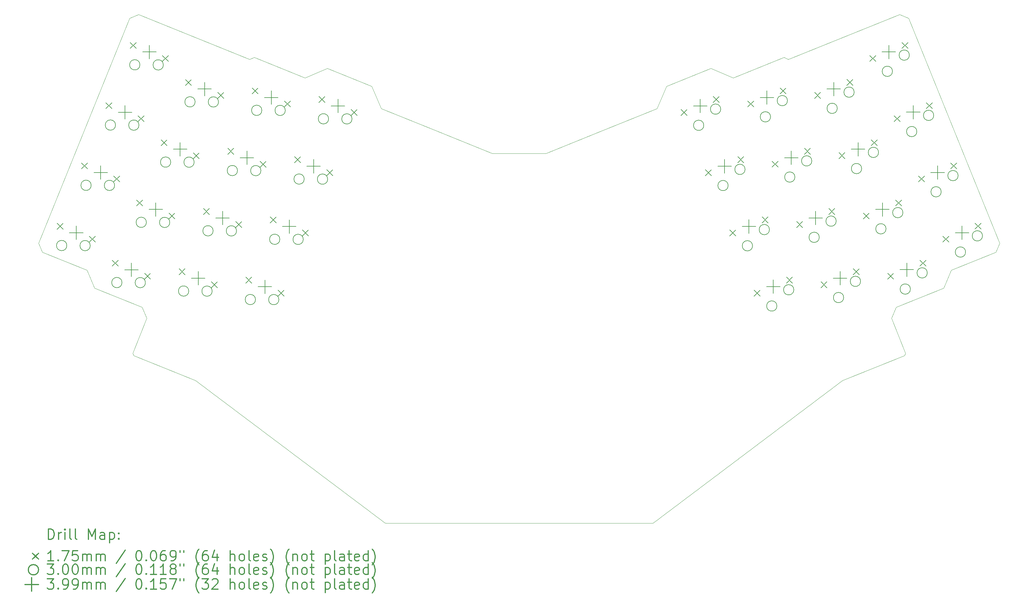
<source format=gbr>
%FSLAX45Y45*%
G04 Gerber Fmt 4.5, Leading zero omitted, Abs format (unit mm)*
G04 Created by KiCad (PCBNEW (5.1.4)-1) date 2023-05-25 13:29:21*
%MOMM*%
%LPD*%
G04 APERTURE LIST*
%ADD10C,0.050000*%
%ADD11C,0.200000*%
%ADD12C,0.300000*%
G04 APERTURE END LIST*
D10*
X13468413Y-16356381D02*
X15031587Y-16356381D01*
X14150000Y-27170000D02*
X14350000Y-27170000D01*
X10339081Y-27171638D02*
X14150000Y-27170000D01*
X8648924Y-13869913D02*
X9946981Y-14394363D01*
X3139212Y-12290966D02*
X2878854Y-12401482D01*
X8648924Y-13869913D02*
X7998028Y-14146202D01*
X1848751Y-20290010D02*
X3239526Y-20851920D01*
X2993232Y-22262360D02*
X4801241Y-22992842D01*
X1627720Y-19769294D02*
X1848751Y-20290010D01*
X9946981Y-14394363D02*
X10223270Y-15045258D01*
X2965603Y-22197270D02*
X2993232Y-22262360D01*
X3239526Y-20851920D02*
X3377671Y-21177368D01*
X11799482Y-15682089D02*
X13468413Y-16356381D01*
X6514534Y-13546831D02*
X7998028Y-14146202D01*
X219147Y-18984487D02*
X329662Y-19244845D01*
X10339081Y-27171638D02*
X4801241Y-22992842D01*
X329662Y-19244845D02*
X1627720Y-19769294D01*
X3139212Y-12290966D02*
X6384355Y-13602089D01*
X2878854Y-12401482D02*
X219147Y-18984487D01*
X6514534Y-13546831D02*
X6384355Y-13602089D01*
X11799482Y-15682089D02*
X10223270Y-15045258D01*
X2965603Y-22197270D02*
X3377671Y-21177368D01*
X18160919Y-27171638D02*
X14350000Y-27170000D01*
X18160919Y-27171638D02*
X23698759Y-22992842D01*
X25506768Y-22262360D02*
X23698759Y-22992842D01*
X25534396Y-22197270D02*
X25506768Y-22262360D01*
X25260474Y-20851920D02*
X25122329Y-21177368D01*
X25534396Y-22197270D02*
X25122329Y-21177368D01*
X26651249Y-20290010D02*
X25260474Y-20851920D01*
X26872280Y-19769294D02*
X26651249Y-20290010D01*
X28170338Y-19244845D02*
X26872280Y-19769294D01*
X28280853Y-18984487D02*
X28170338Y-19244845D01*
X25621146Y-12401482D02*
X28280853Y-18984487D01*
X25360788Y-12290966D02*
X25621146Y-12401482D01*
X21985466Y-13546831D02*
X22115645Y-13602089D01*
X19851076Y-13869913D02*
X20501972Y-14146202D01*
X16700518Y-15682089D02*
X18276730Y-15045258D01*
X18553019Y-14394363D02*
X18276730Y-15045258D01*
X16700518Y-15682089D02*
X15031587Y-16356381D01*
X19851076Y-13869913D02*
X18553019Y-14394363D01*
X21985466Y-13546831D02*
X20501972Y-14146202D01*
X25360788Y-12290966D02*
X22115645Y-13602089D01*
D11*
X20929637Y-14821243D02*
X21104637Y-14996243D01*
X21104637Y-14821243D02*
X20929637Y-14996243D01*
X21871656Y-14440643D02*
X22046656Y-14615643D01*
X22046656Y-14440643D02*
X21871656Y-14615643D01*
X6980351Y-18212351D02*
X7155351Y-18387351D01*
X7155351Y-18212351D02*
X6980351Y-18387351D01*
X7922370Y-18592951D02*
X8097370Y-18767951D01*
X8097370Y-18592951D02*
X7922370Y-18767951D01*
X5743151Y-16202541D02*
X5918151Y-16377541D01*
X5918151Y-16202541D02*
X5743151Y-16377541D01*
X6685170Y-16583141D02*
X6860170Y-16758141D01*
X6860170Y-16583141D02*
X6685170Y-16758141D01*
X6454904Y-14440891D02*
X6629904Y-14615891D01*
X6629904Y-14440891D02*
X6454904Y-14615891D01*
X7396923Y-14821491D02*
X7571923Y-14996491D01*
X7571923Y-14821491D02*
X7396923Y-14996491D01*
X20404189Y-18592702D02*
X20579189Y-18767702D01*
X20579189Y-18592702D02*
X20404189Y-18767702D01*
X21346208Y-18212102D02*
X21521208Y-18387102D01*
X21521208Y-18212102D02*
X21346208Y-18387102D01*
X25913901Y-17013755D02*
X26088901Y-17188755D01*
X26088901Y-17013755D02*
X25913901Y-17188755D01*
X26855920Y-16633155D02*
X27030920Y-16808155D01*
X27030920Y-16633155D02*
X26855920Y-16808155D01*
X3082446Y-17716029D02*
X3257446Y-17891029D01*
X3257446Y-17716029D02*
X3082446Y-17891029D01*
X4024465Y-18096630D02*
X4199465Y-18271630D01*
X4199465Y-18096630D02*
X4024465Y-18271630D01*
X24302094Y-18096381D02*
X24477094Y-18271381D01*
X24477094Y-18096381D02*
X24302094Y-18271381D01*
X25244113Y-17715781D02*
X25419113Y-17890781D01*
X25419113Y-17715781D02*
X25244113Y-17890781D01*
X21115942Y-20352800D02*
X21290942Y-20527800D01*
X21290942Y-20352800D02*
X21115942Y-20527800D01*
X22057961Y-19972200D02*
X22232961Y-20147200D01*
X22232961Y-19972200D02*
X22057961Y-20147200D01*
X3794199Y-15954380D02*
X3969199Y-16129380D01*
X3969199Y-15954380D02*
X3794199Y-16129380D01*
X4736218Y-16334980D02*
X4911218Y-16509980D01*
X4911218Y-16334980D02*
X4736218Y-16509980D01*
X18980684Y-15069404D02*
X19155684Y-15244404D01*
X19155684Y-15069404D02*
X18980684Y-15244404D01*
X19922703Y-14688803D02*
X20097703Y-14863803D01*
X20097703Y-14688803D02*
X19922703Y-14863803D01*
X2370694Y-19477679D02*
X2545694Y-19652679D01*
X2545694Y-19477679D02*
X2370694Y-19652679D01*
X3312712Y-19858279D02*
X3487712Y-20033279D01*
X3487712Y-19858279D02*
X3312712Y-20033279D01*
X7692104Y-16450701D02*
X7867104Y-16625701D01*
X7867104Y-16450701D02*
X7692104Y-16625701D01*
X8634123Y-16831301D02*
X8809123Y-17006301D01*
X8809123Y-16831301D02*
X8634123Y-17006301D01*
X22878589Y-14573082D02*
X23053589Y-14748082D01*
X23053589Y-14573082D02*
X22878589Y-14748082D01*
X23820608Y-14192482D02*
X23995608Y-14367482D01*
X23995608Y-14192482D02*
X23820608Y-14367482D01*
X758887Y-18395053D02*
X933887Y-18570053D01*
X933887Y-18395053D02*
X758887Y-18570053D01*
X1700906Y-18775653D02*
X1875906Y-18950653D01*
X1875906Y-18775653D02*
X1700906Y-18950653D01*
X2894144Y-13110105D02*
X3069144Y-13285105D01*
X3069144Y-13110105D02*
X2894144Y-13285105D01*
X3836163Y-13490705D02*
X4011163Y-13665705D01*
X4011163Y-13490705D02*
X3836163Y-13665705D01*
X23064894Y-20106191D02*
X23239894Y-20281191D01*
X23239894Y-20106191D02*
X23064894Y-20281191D01*
X24006913Y-19725591D02*
X24181913Y-19900591D01*
X24181913Y-19725591D02*
X24006913Y-19900591D01*
X21641389Y-16582892D02*
X21816389Y-16757892D01*
X21816389Y-16582892D02*
X21641389Y-16757892D01*
X22583408Y-16202292D02*
X22758408Y-16377292D01*
X22758408Y-16202292D02*
X22583408Y-16377292D01*
X25202149Y-15252106D02*
X25377149Y-15427106D01*
X25377149Y-15252106D02*
X25202149Y-15427106D01*
X26144167Y-14871505D02*
X26319167Y-15046505D01*
X26319167Y-14871505D02*
X26144167Y-15046505D01*
X23590342Y-16334732D02*
X23765342Y-16509732D01*
X23765342Y-16334732D02*
X23590342Y-16509732D01*
X24532361Y-15954131D02*
X24707361Y-16129131D01*
X24707361Y-15954131D02*
X24532361Y-16129131D01*
X4505951Y-14192731D02*
X4680951Y-14367731D01*
X4680951Y-14192731D02*
X4505951Y-14367731D01*
X5447970Y-14573331D02*
X5622970Y-14748331D01*
X5622970Y-14573331D02*
X5447970Y-14748331D01*
X4319646Y-19725839D02*
X4494646Y-19900839D01*
X4494646Y-19725839D02*
X4319646Y-19900839D01*
X5261665Y-20106439D02*
X5436665Y-20281439D01*
X5436665Y-20106439D02*
X5261665Y-20281439D01*
X24490396Y-13490456D02*
X24665396Y-13665456D01*
X24665396Y-13490456D02*
X24490396Y-13665456D01*
X25432415Y-13109856D02*
X25607415Y-13284856D01*
X25607415Y-13109856D02*
X25432415Y-13284856D01*
X5031399Y-17964190D02*
X5206399Y-18139190D01*
X5206399Y-17964190D02*
X5031399Y-18139190D01*
X5973418Y-18344790D02*
X6148418Y-18519790D01*
X6148418Y-18344790D02*
X5973418Y-18519790D01*
X2182392Y-14871754D02*
X2357392Y-15046754D01*
X2357392Y-14871754D02*
X2182392Y-15046754D01*
X3124411Y-15252354D02*
X3299411Y-15427354D01*
X3299411Y-15252354D02*
X3124411Y-15427354D01*
X8403857Y-14689052D02*
X8578857Y-14864052D01*
X8578857Y-14689052D02*
X8403857Y-14864052D01*
X9345875Y-15069652D02*
X9520875Y-15244652D01*
X9520875Y-15069652D02*
X9345875Y-15244652D01*
X1470639Y-16633403D02*
X1645639Y-16808403D01*
X1645639Y-16633403D02*
X1470639Y-16808403D01*
X2412658Y-17014003D02*
X2587658Y-17189003D01*
X2587658Y-17014003D02*
X2412658Y-17189003D01*
X26625654Y-18775404D02*
X26800654Y-18950404D01*
X26800654Y-18775404D02*
X26625654Y-18950404D01*
X27567672Y-18394804D02*
X27742672Y-18569804D01*
X27742672Y-18394804D02*
X27567672Y-18569804D01*
X6268599Y-19974000D02*
X6443599Y-20149000D01*
X6443599Y-19974000D02*
X6268599Y-20149000D01*
X7210618Y-20354600D02*
X7385618Y-20529600D01*
X7385618Y-20354600D02*
X7210618Y-20529600D01*
X25013847Y-19858030D02*
X25188847Y-20033030D01*
X25188847Y-19858030D02*
X25013847Y-20033030D01*
X25955866Y-19477430D02*
X26130866Y-19652430D01*
X26130866Y-19477430D02*
X25955866Y-19652430D01*
X22353142Y-18344542D02*
X22528142Y-18519542D01*
X22528142Y-18344542D02*
X22353142Y-18519542D01*
X23295161Y-17963941D02*
X23470161Y-18138941D01*
X23470161Y-17963941D02*
X23295161Y-18138941D01*
X19692437Y-16831053D02*
X19867437Y-17006053D01*
X19867437Y-16831053D02*
X19692437Y-17006053D01*
X20634455Y-16450453D02*
X20809455Y-16625453D01*
X20809455Y-16450453D02*
X20634455Y-16625453D01*
X21592942Y-15284602D02*
G75*
G03X21592942Y-15284602I-150000J0D01*
G01*
X22086553Y-14811222D02*
G75*
G03X22086553Y-14811222I-150000J0D01*
G01*
X7263056Y-18866010D02*
G75*
G03X7263056Y-18866010I-150000J0D01*
G01*
X7946968Y-18868380D02*
G75*
G03X7946968Y-18868380I-150000J0D01*
G01*
X6025856Y-16856200D02*
G75*
G03X6025856Y-16856200I-150000J0D01*
G01*
X6709768Y-16858571D02*
G75*
G03X6709768Y-16858571I-150000J0D01*
G01*
X6737608Y-15094551D02*
G75*
G03X6737608Y-15094551I-150000J0D01*
G01*
X7421520Y-15096921D02*
G75*
G03X7421520Y-15096921I-150000J0D01*
G01*
X21067494Y-19056062D02*
G75*
G03X21067494Y-19056062I-150000J0D01*
G01*
X21561106Y-18582682D02*
G75*
G03X21561106Y-18582682I-150000J0D01*
G01*
X26577206Y-17477114D02*
G75*
G03X26577206Y-17477114I-150000J0D01*
G01*
X27070818Y-17003734D02*
G75*
G03X27070818Y-17003734I-150000J0D01*
G01*
X3365151Y-18369689D02*
G75*
G03X3365151Y-18369689I-150000J0D01*
G01*
X4049063Y-18372059D02*
G75*
G03X4049063Y-18372059I-150000J0D01*
G01*
X24965399Y-18559740D02*
G75*
G03X24965399Y-18559740I-150000J0D01*
G01*
X25459011Y-18086361D02*
G75*
G03X25459011Y-18086361I-150000J0D01*
G01*
X21779247Y-20816160D02*
G75*
G03X21779247Y-20816160I-150000J0D01*
G01*
X22272858Y-20342780D02*
G75*
G03X22272858Y-20342780I-150000J0D01*
G01*
X4076903Y-16608039D02*
G75*
G03X4076903Y-16608039I-150000J0D01*
G01*
X4760815Y-16610410D02*
G75*
G03X4760815Y-16610410I-150000J0D01*
G01*
X19643989Y-15532763D02*
G75*
G03X19643989Y-15532763I-150000J0D01*
G01*
X20137601Y-15059383D02*
G75*
G03X20137601Y-15059383I-150000J0D01*
G01*
X2653398Y-20131338D02*
G75*
G03X2653398Y-20131338I-150000J0D01*
G01*
X3337310Y-20133709D02*
G75*
G03X3337310Y-20133709I-150000J0D01*
G01*
X7974808Y-17104361D02*
G75*
G03X7974808Y-17104361I-150000J0D01*
G01*
X8658720Y-17106731D02*
G75*
G03X8658720Y-17106731I-150000J0D01*
G01*
X23541894Y-15036442D02*
G75*
G03X23541894Y-15036442I-150000J0D01*
G01*
X24035506Y-14563062D02*
G75*
G03X24035506Y-14563062I-150000J0D01*
G01*
X1041592Y-19048712D02*
G75*
G03X1041592Y-19048712I-150000J0D01*
G01*
X1725503Y-19051083D02*
G75*
G03X1725503Y-19051083I-150000J0D01*
G01*
X3176849Y-13763764D02*
G75*
G03X3176849Y-13763764I-150000J0D01*
G01*
X3860761Y-13766134D02*
G75*
G03X3860761Y-13766134I-150000J0D01*
G01*
X23728199Y-20569550D02*
G75*
G03X23728199Y-20569550I-150000J0D01*
G01*
X24221811Y-20096170D02*
G75*
G03X24221811Y-20096170I-150000J0D01*
G01*
X22304694Y-17046252D02*
G75*
G03X22304694Y-17046252I-150000J0D01*
G01*
X22798306Y-16572872D02*
G75*
G03X22798306Y-16572872I-150000J0D01*
G01*
X25865453Y-15715465D02*
G75*
G03X25865453Y-15715465I-150000J0D01*
G01*
X26359065Y-15242085D02*
G75*
G03X26359065Y-15242085I-150000J0D01*
G01*
X24253647Y-16798091D02*
G75*
G03X24253647Y-16798091I-150000J0D01*
G01*
X24747258Y-16324711D02*
G75*
G03X24747258Y-16324711I-150000J0D01*
G01*
X4788656Y-14846390D02*
G75*
G03X4788656Y-14846390I-150000J0D01*
G01*
X5472568Y-14848761D02*
G75*
G03X5472568Y-14848761I-150000J0D01*
G01*
X4602351Y-20379499D02*
G75*
G03X4602351Y-20379499I-150000J0D01*
G01*
X5286263Y-20381869D02*
G75*
G03X5286263Y-20381869I-150000J0D01*
G01*
X25153701Y-13953816D02*
G75*
G03X25153701Y-13953816I-150000J0D01*
G01*
X25647312Y-13480436D02*
G75*
G03X25647312Y-13480436I-150000J0D01*
G01*
X5314103Y-18617849D02*
G75*
G03X5314103Y-18617849I-150000J0D01*
G01*
X5998015Y-18620220D02*
G75*
G03X5998015Y-18620220I-150000J0D01*
G01*
X2465097Y-15525413D02*
G75*
G03X2465097Y-15525413I-150000J0D01*
G01*
X3149008Y-15527784D02*
G75*
G03X3149008Y-15527784I-150000J0D01*
G01*
X8686561Y-15342711D02*
G75*
G03X8686561Y-15342711I-150000J0D01*
G01*
X9370473Y-15345082D02*
G75*
G03X9370473Y-15345082I-150000J0D01*
G01*
X1753344Y-17287063D02*
G75*
G03X1753344Y-17287063I-150000J0D01*
G01*
X2437256Y-17289433D02*
G75*
G03X2437256Y-17289433I-150000J0D01*
G01*
X27288958Y-19238764D02*
G75*
G03X27288958Y-19238764I-150000J0D01*
G01*
X27782570Y-18765384D02*
G75*
G03X27782570Y-18765384I-150000J0D01*
G01*
X6551303Y-20627659D02*
G75*
G03X6551303Y-20627659I-150000J0D01*
G01*
X7235215Y-20630030D02*
G75*
G03X7235215Y-20630030I-150000J0D01*
G01*
X25677152Y-20321390D02*
G75*
G03X25677152Y-20321390I-150000J0D01*
G01*
X26170763Y-19848010D02*
G75*
G03X26170763Y-19848010I-150000J0D01*
G01*
X23016447Y-18807901D02*
G75*
G03X23016447Y-18807901I-150000J0D01*
G01*
X23510058Y-18334521D02*
G75*
G03X23510058Y-18334521I-150000J0D01*
G01*
X20355742Y-17294412D02*
G75*
G03X20355742Y-17294412I-150000J0D01*
G01*
X20849353Y-16821032D02*
G75*
G03X20849353Y-16821032I-150000J0D01*
G01*
X21488146Y-14519053D02*
X21488146Y-14917833D01*
X21288756Y-14718443D02*
X21687536Y-14718443D01*
X7538861Y-18290761D02*
X7538861Y-18689541D01*
X7339471Y-18490151D02*
X7738251Y-18490151D01*
X6301661Y-16280951D02*
X6301661Y-16679731D01*
X6102271Y-16480341D02*
X6501051Y-16480341D01*
X7013413Y-14519301D02*
X7013413Y-14918081D01*
X6814023Y-14718691D02*
X7212803Y-14718691D01*
X20962699Y-18290512D02*
X20962699Y-18689292D01*
X20763309Y-18489902D02*
X21162089Y-18489902D01*
X26472410Y-16711565D02*
X26472410Y-17110345D01*
X26273020Y-16910955D02*
X26671800Y-16910955D01*
X3640956Y-17794439D02*
X3640956Y-18193219D01*
X3441566Y-17993829D02*
X3840346Y-17993829D01*
X24860604Y-17794191D02*
X24860604Y-18192971D01*
X24661214Y-17993581D02*
X25059994Y-17993581D01*
X21674451Y-20050610D02*
X21674451Y-20449390D01*
X21475061Y-20250000D02*
X21873841Y-20250000D01*
X4352708Y-16032790D02*
X4352708Y-16431570D01*
X4153318Y-16232180D02*
X4552098Y-16232180D01*
X19539194Y-14767213D02*
X19539194Y-15165993D01*
X19339804Y-14966603D02*
X19738584Y-14966603D01*
X2929203Y-19556089D02*
X2929203Y-19954869D01*
X2729813Y-19755479D02*
X3128593Y-19755479D01*
X8250613Y-16529111D02*
X8250613Y-16927891D01*
X8051223Y-16728501D02*
X8450003Y-16728501D01*
X23437099Y-14270892D02*
X23437099Y-14669672D01*
X23237709Y-14470282D02*
X23636489Y-14470282D01*
X1317396Y-18473463D02*
X1317396Y-18872243D01*
X1118006Y-18672853D02*
X1516786Y-18672853D01*
X3452654Y-13188515D02*
X3452654Y-13587295D01*
X3253264Y-13387905D02*
X3652044Y-13387905D01*
X23623404Y-19804001D02*
X23623404Y-20202781D01*
X23424014Y-20003391D02*
X23822794Y-20003391D01*
X22199899Y-16280702D02*
X22199899Y-16679482D01*
X22000509Y-16480092D02*
X22399289Y-16480092D01*
X25760658Y-14949915D02*
X25760658Y-15348695D01*
X25561268Y-15149305D02*
X25960048Y-15149305D01*
X24148851Y-16032542D02*
X24148851Y-16431322D01*
X23949461Y-16231932D02*
X24348241Y-16231932D01*
X5064461Y-14271141D02*
X5064461Y-14669921D01*
X4865071Y-14470531D02*
X5263851Y-14470531D01*
X4878156Y-19804249D02*
X4878156Y-20203029D01*
X4678766Y-20003639D02*
X5077546Y-20003639D01*
X25048905Y-13188266D02*
X25048905Y-13587046D01*
X24849515Y-13387656D02*
X25248295Y-13387656D01*
X5589908Y-18042600D02*
X5589908Y-18441380D01*
X5390518Y-18241990D02*
X5789298Y-18241990D01*
X2740901Y-14950164D02*
X2740901Y-15348944D01*
X2541511Y-15149554D02*
X2940291Y-15149554D01*
X8962366Y-14767462D02*
X8962366Y-15166242D01*
X8762976Y-14966852D02*
X9161756Y-14966852D01*
X2029149Y-16711813D02*
X2029149Y-17110593D01*
X1829759Y-16911203D02*
X2228539Y-16911203D01*
X27184163Y-18473214D02*
X27184163Y-18871994D01*
X26984773Y-18672604D02*
X27383553Y-18672604D01*
X6827108Y-20052410D02*
X6827108Y-20451190D01*
X6627718Y-20251800D02*
X7026498Y-20251800D01*
X25572356Y-19555840D02*
X25572356Y-19954620D01*
X25372966Y-19755230D02*
X25771746Y-19755230D01*
X22911651Y-18042352D02*
X22911651Y-18441132D01*
X22712261Y-18241742D02*
X23111041Y-18241742D01*
X20250946Y-16528863D02*
X20250946Y-16927643D01*
X20051556Y-16728253D02*
X20450336Y-16728253D01*
D12*
X503075Y-27639852D02*
X503075Y-27339852D01*
X574504Y-27339852D01*
X617361Y-27354138D01*
X645933Y-27382709D01*
X660218Y-27411281D01*
X674504Y-27468423D01*
X674504Y-27511281D01*
X660218Y-27568423D01*
X645933Y-27596995D01*
X617361Y-27625566D01*
X574504Y-27639852D01*
X503075Y-27639852D01*
X803075Y-27639852D02*
X803075Y-27439852D01*
X803075Y-27496995D02*
X817361Y-27468423D01*
X831647Y-27454138D01*
X860218Y-27439852D01*
X888790Y-27439852D01*
X988790Y-27639852D02*
X988790Y-27439852D01*
X988790Y-27339852D02*
X974504Y-27354138D01*
X988790Y-27368423D01*
X1003075Y-27354138D01*
X988790Y-27339852D01*
X988790Y-27368423D01*
X1174504Y-27639852D02*
X1145933Y-27625566D01*
X1131647Y-27596995D01*
X1131647Y-27339852D01*
X1331647Y-27639852D02*
X1303075Y-27625566D01*
X1288790Y-27596995D01*
X1288790Y-27339852D01*
X1674504Y-27639852D02*
X1674504Y-27339852D01*
X1774504Y-27554138D01*
X1874504Y-27339852D01*
X1874504Y-27639852D01*
X2145933Y-27639852D02*
X2145933Y-27482709D01*
X2131647Y-27454138D01*
X2103075Y-27439852D01*
X2045932Y-27439852D01*
X2017361Y-27454138D01*
X2145933Y-27625566D02*
X2117361Y-27639852D01*
X2045932Y-27639852D01*
X2017361Y-27625566D01*
X2003075Y-27596995D01*
X2003075Y-27568423D01*
X2017361Y-27539852D01*
X2045932Y-27525566D01*
X2117361Y-27525566D01*
X2145933Y-27511281D01*
X2288790Y-27439852D02*
X2288790Y-27739852D01*
X2288790Y-27454138D02*
X2317361Y-27439852D01*
X2374504Y-27439852D01*
X2403075Y-27454138D01*
X2417361Y-27468423D01*
X2431647Y-27496995D01*
X2431647Y-27582709D01*
X2417361Y-27611281D01*
X2403075Y-27625566D01*
X2374504Y-27639852D01*
X2317361Y-27639852D01*
X2288790Y-27625566D01*
X2560218Y-27611281D02*
X2574504Y-27625566D01*
X2560218Y-27639852D01*
X2545933Y-27625566D01*
X2560218Y-27611281D01*
X2560218Y-27639852D01*
X2560218Y-27454138D02*
X2574504Y-27468423D01*
X2560218Y-27482709D01*
X2545933Y-27468423D01*
X2560218Y-27454138D01*
X2560218Y-27482709D01*
X41647Y-28046638D02*
X216647Y-28221638D01*
X216647Y-28046638D02*
X41647Y-28221638D01*
X660218Y-28269852D02*
X488790Y-28269852D01*
X574504Y-28269852D02*
X574504Y-27969852D01*
X545933Y-28012709D01*
X517361Y-28041281D01*
X488790Y-28055566D01*
X788790Y-28241281D02*
X803075Y-28255566D01*
X788790Y-28269852D01*
X774504Y-28255566D01*
X788790Y-28241281D01*
X788790Y-28269852D01*
X903075Y-27969852D02*
X1103075Y-27969852D01*
X974504Y-28269852D01*
X1360218Y-27969852D02*
X1217361Y-27969852D01*
X1203075Y-28112709D01*
X1217361Y-28098423D01*
X1245933Y-28084138D01*
X1317361Y-28084138D01*
X1345933Y-28098423D01*
X1360218Y-28112709D01*
X1374504Y-28141281D01*
X1374504Y-28212709D01*
X1360218Y-28241281D01*
X1345933Y-28255566D01*
X1317361Y-28269852D01*
X1245933Y-28269852D01*
X1217361Y-28255566D01*
X1203075Y-28241281D01*
X1503075Y-28269852D02*
X1503075Y-28069852D01*
X1503075Y-28098423D02*
X1517361Y-28084138D01*
X1545932Y-28069852D01*
X1588790Y-28069852D01*
X1617361Y-28084138D01*
X1631647Y-28112709D01*
X1631647Y-28269852D01*
X1631647Y-28112709D02*
X1645932Y-28084138D01*
X1674504Y-28069852D01*
X1717361Y-28069852D01*
X1745932Y-28084138D01*
X1760218Y-28112709D01*
X1760218Y-28269852D01*
X1903075Y-28269852D02*
X1903075Y-28069852D01*
X1903075Y-28098423D02*
X1917361Y-28084138D01*
X1945932Y-28069852D01*
X1988790Y-28069852D01*
X2017361Y-28084138D01*
X2031647Y-28112709D01*
X2031647Y-28269852D01*
X2031647Y-28112709D02*
X2045932Y-28084138D01*
X2074504Y-28069852D01*
X2117361Y-28069852D01*
X2145933Y-28084138D01*
X2160218Y-28112709D01*
X2160218Y-28269852D01*
X2745933Y-27955566D02*
X2488790Y-28341281D01*
X3131647Y-27969852D02*
X3160218Y-27969852D01*
X3188790Y-27984138D01*
X3203075Y-27998423D01*
X3217361Y-28026995D01*
X3231647Y-28084138D01*
X3231647Y-28155566D01*
X3217361Y-28212709D01*
X3203075Y-28241281D01*
X3188790Y-28255566D01*
X3160218Y-28269852D01*
X3131647Y-28269852D01*
X3103075Y-28255566D01*
X3088790Y-28241281D01*
X3074504Y-28212709D01*
X3060218Y-28155566D01*
X3060218Y-28084138D01*
X3074504Y-28026995D01*
X3088790Y-27998423D01*
X3103075Y-27984138D01*
X3131647Y-27969852D01*
X3360218Y-28241281D02*
X3374504Y-28255566D01*
X3360218Y-28269852D01*
X3345932Y-28255566D01*
X3360218Y-28241281D01*
X3360218Y-28269852D01*
X3560218Y-27969852D02*
X3588790Y-27969852D01*
X3617361Y-27984138D01*
X3631647Y-27998423D01*
X3645932Y-28026995D01*
X3660218Y-28084138D01*
X3660218Y-28155566D01*
X3645932Y-28212709D01*
X3631647Y-28241281D01*
X3617361Y-28255566D01*
X3588790Y-28269852D01*
X3560218Y-28269852D01*
X3531647Y-28255566D01*
X3517361Y-28241281D01*
X3503075Y-28212709D01*
X3488790Y-28155566D01*
X3488790Y-28084138D01*
X3503075Y-28026995D01*
X3517361Y-27998423D01*
X3531647Y-27984138D01*
X3560218Y-27969852D01*
X3917361Y-27969852D02*
X3860218Y-27969852D01*
X3831647Y-27984138D01*
X3817361Y-27998423D01*
X3788790Y-28041281D01*
X3774504Y-28098423D01*
X3774504Y-28212709D01*
X3788790Y-28241281D01*
X3803075Y-28255566D01*
X3831647Y-28269852D01*
X3888790Y-28269852D01*
X3917361Y-28255566D01*
X3931647Y-28241281D01*
X3945932Y-28212709D01*
X3945932Y-28141281D01*
X3931647Y-28112709D01*
X3917361Y-28098423D01*
X3888790Y-28084138D01*
X3831647Y-28084138D01*
X3803075Y-28098423D01*
X3788790Y-28112709D01*
X3774504Y-28141281D01*
X4088790Y-28269852D02*
X4145932Y-28269852D01*
X4174504Y-28255566D01*
X4188790Y-28241281D01*
X4217361Y-28198423D01*
X4231647Y-28141281D01*
X4231647Y-28026995D01*
X4217361Y-27998423D01*
X4203075Y-27984138D01*
X4174504Y-27969852D01*
X4117361Y-27969852D01*
X4088790Y-27984138D01*
X4074504Y-27998423D01*
X4060218Y-28026995D01*
X4060218Y-28098423D01*
X4074504Y-28126995D01*
X4088790Y-28141281D01*
X4117361Y-28155566D01*
X4174504Y-28155566D01*
X4203075Y-28141281D01*
X4217361Y-28126995D01*
X4231647Y-28098423D01*
X4345933Y-27969852D02*
X4345933Y-28026995D01*
X4460218Y-27969852D02*
X4460218Y-28026995D01*
X4903075Y-28384138D02*
X4888790Y-28369852D01*
X4860218Y-28326995D01*
X4845933Y-28298423D01*
X4831647Y-28255566D01*
X4817361Y-28184138D01*
X4817361Y-28126995D01*
X4831647Y-28055566D01*
X4845933Y-28012709D01*
X4860218Y-27984138D01*
X4888790Y-27941281D01*
X4903075Y-27926995D01*
X5145933Y-27969852D02*
X5088790Y-27969852D01*
X5060218Y-27984138D01*
X5045933Y-27998423D01*
X5017361Y-28041281D01*
X5003075Y-28098423D01*
X5003075Y-28212709D01*
X5017361Y-28241281D01*
X5031647Y-28255566D01*
X5060218Y-28269852D01*
X5117361Y-28269852D01*
X5145933Y-28255566D01*
X5160218Y-28241281D01*
X5174504Y-28212709D01*
X5174504Y-28141281D01*
X5160218Y-28112709D01*
X5145933Y-28098423D01*
X5117361Y-28084138D01*
X5060218Y-28084138D01*
X5031647Y-28098423D01*
X5017361Y-28112709D01*
X5003075Y-28141281D01*
X5431647Y-28069852D02*
X5431647Y-28269852D01*
X5360218Y-27955566D02*
X5288790Y-28169852D01*
X5474504Y-28169852D01*
X5817361Y-28269852D02*
X5817361Y-27969852D01*
X5945932Y-28269852D02*
X5945932Y-28112709D01*
X5931647Y-28084138D01*
X5903075Y-28069852D01*
X5860218Y-28069852D01*
X5831647Y-28084138D01*
X5817361Y-28098423D01*
X6131647Y-28269852D02*
X6103075Y-28255566D01*
X6088790Y-28241281D01*
X6074504Y-28212709D01*
X6074504Y-28126995D01*
X6088790Y-28098423D01*
X6103075Y-28084138D01*
X6131647Y-28069852D01*
X6174504Y-28069852D01*
X6203075Y-28084138D01*
X6217361Y-28098423D01*
X6231647Y-28126995D01*
X6231647Y-28212709D01*
X6217361Y-28241281D01*
X6203075Y-28255566D01*
X6174504Y-28269852D01*
X6131647Y-28269852D01*
X6403075Y-28269852D02*
X6374504Y-28255566D01*
X6360218Y-28226995D01*
X6360218Y-27969852D01*
X6631647Y-28255566D02*
X6603075Y-28269852D01*
X6545932Y-28269852D01*
X6517361Y-28255566D01*
X6503075Y-28226995D01*
X6503075Y-28112709D01*
X6517361Y-28084138D01*
X6545932Y-28069852D01*
X6603075Y-28069852D01*
X6631647Y-28084138D01*
X6645932Y-28112709D01*
X6645932Y-28141281D01*
X6503075Y-28169852D01*
X6760218Y-28255566D02*
X6788790Y-28269852D01*
X6845932Y-28269852D01*
X6874504Y-28255566D01*
X6888790Y-28226995D01*
X6888790Y-28212709D01*
X6874504Y-28184138D01*
X6845932Y-28169852D01*
X6803075Y-28169852D01*
X6774504Y-28155566D01*
X6760218Y-28126995D01*
X6760218Y-28112709D01*
X6774504Y-28084138D01*
X6803075Y-28069852D01*
X6845932Y-28069852D01*
X6874504Y-28084138D01*
X6988790Y-28384138D02*
X7003075Y-28369852D01*
X7031647Y-28326995D01*
X7045932Y-28298423D01*
X7060218Y-28255566D01*
X7074504Y-28184138D01*
X7074504Y-28126995D01*
X7060218Y-28055566D01*
X7045932Y-28012709D01*
X7031647Y-27984138D01*
X7003075Y-27941281D01*
X6988790Y-27926995D01*
X7531647Y-28384138D02*
X7517361Y-28369852D01*
X7488790Y-28326995D01*
X7474504Y-28298423D01*
X7460218Y-28255566D01*
X7445932Y-28184138D01*
X7445932Y-28126995D01*
X7460218Y-28055566D01*
X7474504Y-28012709D01*
X7488790Y-27984138D01*
X7517361Y-27941281D01*
X7531647Y-27926995D01*
X7645932Y-28069852D02*
X7645932Y-28269852D01*
X7645932Y-28098423D02*
X7660218Y-28084138D01*
X7688790Y-28069852D01*
X7731647Y-28069852D01*
X7760218Y-28084138D01*
X7774504Y-28112709D01*
X7774504Y-28269852D01*
X7960218Y-28269852D02*
X7931647Y-28255566D01*
X7917361Y-28241281D01*
X7903075Y-28212709D01*
X7903075Y-28126995D01*
X7917361Y-28098423D01*
X7931647Y-28084138D01*
X7960218Y-28069852D01*
X8003075Y-28069852D01*
X8031647Y-28084138D01*
X8045932Y-28098423D01*
X8060218Y-28126995D01*
X8060218Y-28212709D01*
X8045932Y-28241281D01*
X8031647Y-28255566D01*
X8003075Y-28269852D01*
X7960218Y-28269852D01*
X8145932Y-28069852D02*
X8260218Y-28069852D01*
X8188790Y-27969852D02*
X8188790Y-28226995D01*
X8203075Y-28255566D01*
X8231647Y-28269852D01*
X8260218Y-28269852D01*
X8588790Y-28069852D02*
X8588790Y-28369852D01*
X8588790Y-28084138D02*
X8617361Y-28069852D01*
X8674504Y-28069852D01*
X8703075Y-28084138D01*
X8717361Y-28098423D01*
X8731647Y-28126995D01*
X8731647Y-28212709D01*
X8717361Y-28241281D01*
X8703075Y-28255566D01*
X8674504Y-28269852D01*
X8617361Y-28269852D01*
X8588790Y-28255566D01*
X8903075Y-28269852D02*
X8874504Y-28255566D01*
X8860218Y-28226995D01*
X8860218Y-27969852D01*
X9145933Y-28269852D02*
X9145933Y-28112709D01*
X9131647Y-28084138D01*
X9103075Y-28069852D01*
X9045933Y-28069852D01*
X9017361Y-28084138D01*
X9145933Y-28255566D02*
X9117361Y-28269852D01*
X9045933Y-28269852D01*
X9017361Y-28255566D01*
X9003075Y-28226995D01*
X9003075Y-28198423D01*
X9017361Y-28169852D01*
X9045933Y-28155566D01*
X9117361Y-28155566D01*
X9145933Y-28141281D01*
X9245933Y-28069852D02*
X9360218Y-28069852D01*
X9288790Y-27969852D02*
X9288790Y-28226995D01*
X9303075Y-28255566D01*
X9331647Y-28269852D01*
X9360218Y-28269852D01*
X9574504Y-28255566D02*
X9545933Y-28269852D01*
X9488790Y-28269852D01*
X9460218Y-28255566D01*
X9445933Y-28226995D01*
X9445933Y-28112709D01*
X9460218Y-28084138D01*
X9488790Y-28069852D01*
X9545933Y-28069852D01*
X9574504Y-28084138D01*
X9588790Y-28112709D01*
X9588790Y-28141281D01*
X9445933Y-28169852D01*
X9845933Y-28269852D02*
X9845933Y-27969852D01*
X9845933Y-28255566D02*
X9817361Y-28269852D01*
X9760218Y-28269852D01*
X9731647Y-28255566D01*
X9717361Y-28241281D01*
X9703075Y-28212709D01*
X9703075Y-28126995D01*
X9717361Y-28098423D01*
X9731647Y-28084138D01*
X9760218Y-28069852D01*
X9817361Y-28069852D01*
X9845933Y-28084138D01*
X9960218Y-28384138D02*
X9974504Y-28369852D01*
X10003075Y-28326995D01*
X10017361Y-28298423D01*
X10031647Y-28255566D01*
X10045933Y-28184138D01*
X10045933Y-28126995D01*
X10031647Y-28055566D01*
X10017361Y-28012709D01*
X10003075Y-27984138D01*
X9974504Y-27941281D01*
X9960218Y-27926995D01*
X216647Y-28530138D02*
G75*
G03X216647Y-28530138I-150000J0D01*
G01*
X474504Y-28365852D02*
X660218Y-28365852D01*
X560218Y-28480138D01*
X603075Y-28480138D01*
X631647Y-28494423D01*
X645933Y-28508709D01*
X660218Y-28537281D01*
X660218Y-28608709D01*
X645933Y-28637281D01*
X631647Y-28651566D01*
X603075Y-28665852D01*
X517361Y-28665852D01*
X488790Y-28651566D01*
X474504Y-28637281D01*
X788790Y-28637281D02*
X803075Y-28651566D01*
X788790Y-28665852D01*
X774504Y-28651566D01*
X788790Y-28637281D01*
X788790Y-28665852D01*
X988790Y-28365852D02*
X1017361Y-28365852D01*
X1045932Y-28380138D01*
X1060218Y-28394423D01*
X1074504Y-28422995D01*
X1088790Y-28480138D01*
X1088790Y-28551566D01*
X1074504Y-28608709D01*
X1060218Y-28637281D01*
X1045932Y-28651566D01*
X1017361Y-28665852D01*
X988790Y-28665852D01*
X960218Y-28651566D01*
X945932Y-28637281D01*
X931647Y-28608709D01*
X917361Y-28551566D01*
X917361Y-28480138D01*
X931647Y-28422995D01*
X945932Y-28394423D01*
X960218Y-28380138D01*
X988790Y-28365852D01*
X1274504Y-28365852D02*
X1303075Y-28365852D01*
X1331647Y-28380138D01*
X1345933Y-28394423D01*
X1360218Y-28422995D01*
X1374504Y-28480138D01*
X1374504Y-28551566D01*
X1360218Y-28608709D01*
X1345933Y-28637281D01*
X1331647Y-28651566D01*
X1303075Y-28665852D01*
X1274504Y-28665852D01*
X1245933Y-28651566D01*
X1231647Y-28637281D01*
X1217361Y-28608709D01*
X1203075Y-28551566D01*
X1203075Y-28480138D01*
X1217361Y-28422995D01*
X1231647Y-28394423D01*
X1245933Y-28380138D01*
X1274504Y-28365852D01*
X1503075Y-28665852D02*
X1503075Y-28465852D01*
X1503075Y-28494423D02*
X1517361Y-28480138D01*
X1545932Y-28465852D01*
X1588790Y-28465852D01*
X1617361Y-28480138D01*
X1631647Y-28508709D01*
X1631647Y-28665852D01*
X1631647Y-28508709D02*
X1645932Y-28480138D01*
X1674504Y-28465852D01*
X1717361Y-28465852D01*
X1745932Y-28480138D01*
X1760218Y-28508709D01*
X1760218Y-28665852D01*
X1903075Y-28665852D02*
X1903075Y-28465852D01*
X1903075Y-28494423D02*
X1917361Y-28480138D01*
X1945932Y-28465852D01*
X1988790Y-28465852D01*
X2017361Y-28480138D01*
X2031647Y-28508709D01*
X2031647Y-28665852D01*
X2031647Y-28508709D02*
X2045932Y-28480138D01*
X2074504Y-28465852D01*
X2117361Y-28465852D01*
X2145933Y-28480138D01*
X2160218Y-28508709D01*
X2160218Y-28665852D01*
X2745933Y-28351566D02*
X2488790Y-28737281D01*
X3131647Y-28365852D02*
X3160218Y-28365852D01*
X3188790Y-28380138D01*
X3203075Y-28394423D01*
X3217361Y-28422995D01*
X3231647Y-28480138D01*
X3231647Y-28551566D01*
X3217361Y-28608709D01*
X3203075Y-28637281D01*
X3188790Y-28651566D01*
X3160218Y-28665852D01*
X3131647Y-28665852D01*
X3103075Y-28651566D01*
X3088790Y-28637281D01*
X3074504Y-28608709D01*
X3060218Y-28551566D01*
X3060218Y-28480138D01*
X3074504Y-28422995D01*
X3088790Y-28394423D01*
X3103075Y-28380138D01*
X3131647Y-28365852D01*
X3360218Y-28637281D02*
X3374504Y-28651566D01*
X3360218Y-28665852D01*
X3345932Y-28651566D01*
X3360218Y-28637281D01*
X3360218Y-28665852D01*
X3660218Y-28665852D02*
X3488790Y-28665852D01*
X3574504Y-28665852D02*
X3574504Y-28365852D01*
X3545932Y-28408709D01*
X3517361Y-28437281D01*
X3488790Y-28451566D01*
X3945932Y-28665852D02*
X3774504Y-28665852D01*
X3860218Y-28665852D02*
X3860218Y-28365852D01*
X3831647Y-28408709D01*
X3803075Y-28437281D01*
X3774504Y-28451566D01*
X4117361Y-28494423D02*
X4088790Y-28480138D01*
X4074504Y-28465852D01*
X4060218Y-28437281D01*
X4060218Y-28422995D01*
X4074504Y-28394423D01*
X4088790Y-28380138D01*
X4117361Y-28365852D01*
X4174504Y-28365852D01*
X4203075Y-28380138D01*
X4217361Y-28394423D01*
X4231647Y-28422995D01*
X4231647Y-28437281D01*
X4217361Y-28465852D01*
X4203075Y-28480138D01*
X4174504Y-28494423D01*
X4117361Y-28494423D01*
X4088790Y-28508709D01*
X4074504Y-28522995D01*
X4060218Y-28551566D01*
X4060218Y-28608709D01*
X4074504Y-28637281D01*
X4088790Y-28651566D01*
X4117361Y-28665852D01*
X4174504Y-28665852D01*
X4203075Y-28651566D01*
X4217361Y-28637281D01*
X4231647Y-28608709D01*
X4231647Y-28551566D01*
X4217361Y-28522995D01*
X4203075Y-28508709D01*
X4174504Y-28494423D01*
X4345933Y-28365852D02*
X4345933Y-28422995D01*
X4460218Y-28365852D02*
X4460218Y-28422995D01*
X4903075Y-28780138D02*
X4888790Y-28765852D01*
X4860218Y-28722995D01*
X4845933Y-28694423D01*
X4831647Y-28651566D01*
X4817361Y-28580138D01*
X4817361Y-28522995D01*
X4831647Y-28451566D01*
X4845933Y-28408709D01*
X4860218Y-28380138D01*
X4888790Y-28337281D01*
X4903075Y-28322995D01*
X5145933Y-28365852D02*
X5088790Y-28365852D01*
X5060218Y-28380138D01*
X5045933Y-28394423D01*
X5017361Y-28437281D01*
X5003075Y-28494423D01*
X5003075Y-28608709D01*
X5017361Y-28637281D01*
X5031647Y-28651566D01*
X5060218Y-28665852D01*
X5117361Y-28665852D01*
X5145933Y-28651566D01*
X5160218Y-28637281D01*
X5174504Y-28608709D01*
X5174504Y-28537281D01*
X5160218Y-28508709D01*
X5145933Y-28494423D01*
X5117361Y-28480138D01*
X5060218Y-28480138D01*
X5031647Y-28494423D01*
X5017361Y-28508709D01*
X5003075Y-28537281D01*
X5431647Y-28465852D02*
X5431647Y-28665852D01*
X5360218Y-28351566D02*
X5288790Y-28565852D01*
X5474504Y-28565852D01*
X5817361Y-28665852D02*
X5817361Y-28365852D01*
X5945932Y-28665852D02*
X5945932Y-28508709D01*
X5931647Y-28480138D01*
X5903075Y-28465852D01*
X5860218Y-28465852D01*
X5831647Y-28480138D01*
X5817361Y-28494423D01*
X6131647Y-28665852D02*
X6103075Y-28651566D01*
X6088790Y-28637281D01*
X6074504Y-28608709D01*
X6074504Y-28522995D01*
X6088790Y-28494423D01*
X6103075Y-28480138D01*
X6131647Y-28465852D01*
X6174504Y-28465852D01*
X6203075Y-28480138D01*
X6217361Y-28494423D01*
X6231647Y-28522995D01*
X6231647Y-28608709D01*
X6217361Y-28637281D01*
X6203075Y-28651566D01*
X6174504Y-28665852D01*
X6131647Y-28665852D01*
X6403075Y-28665852D02*
X6374504Y-28651566D01*
X6360218Y-28622995D01*
X6360218Y-28365852D01*
X6631647Y-28651566D02*
X6603075Y-28665852D01*
X6545932Y-28665852D01*
X6517361Y-28651566D01*
X6503075Y-28622995D01*
X6503075Y-28508709D01*
X6517361Y-28480138D01*
X6545932Y-28465852D01*
X6603075Y-28465852D01*
X6631647Y-28480138D01*
X6645932Y-28508709D01*
X6645932Y-28537281D01*
X6503075Y-28565852D01*
X6760218Y-28651566D02*
X6788790Y-28665852D01*
X6845932Y-28665852D01*
X6874504Y-28651566D01*
X6888790Y-28622995D01*
X6888790Y-28608709D01*
X6874504Y-28580138D01*
X6845932Y-28565852D01*
X6803075Y-28565852D01*
X6774504Y-28551566D01*
X6760218Y-28522995D01*
X6760218Y-28508709D01*
X6774504Y-28480138D01*
X6803075Y-28465852D01*
X6845932Y-28465852D01*
X6874504Y-28480138D01*
X6988790Y-28780138D02*
X7003075Y-28765852D01*
X7031647Y-28722995D01*
X7045932Y-28694423D01*
X7060218Y-28651566D01*
X7074504Y-28580138D01*
X7074504Y-28522995D01*
X7060218Y-28451566D01*
X7045932Y-28408709D01*
X7031647Y-28380138D01*
X7003075Y-28337281D01*
X6988790Y-28322995D01*
X7531647Y-28780138D02*
X7517361Y-28765852D01*
X7488790Y-28722995D01*
X7474504Y-28694423D01*
X7460218Y-28651566D01*
X7445932Y-28580138D01*
X7445932Y-28522995D01*
X7460218Y-28451566D01*
X7474504Y-28408709D01*
X7488790Y-28380138D01*
X7517361Y-28337281D01*
X7531647Y-28322995D01*
X7645932Y-28465852D02*
X7645932Y-28665852D01*
X7645932Y-28494423D02*
X7660218Y-28480138D01*
X7688790Y-28465852D01*
X7731647Y-28465852D01*
X7760218Y-28480138D01*
X7774504Y-28508709D01*
X7774504Y-28665852D01*
X7960218Y-28665852D02*
X7931647Y-28651566D01*
X7917361Y-28637281D01*
X7903075Y-28608709D01*
X7903075Y-28522995D01*
X7917361Y-28494423D01*
X7931647Y-28480138D01*
X7960218Y-28465852D01*
X8003075Y-28465852D01*
X8031647Y-28480138D01*
X8045932Y-28494423D01*
X8060218Y-28522995D01*
X8060218Y-28608709D01*
X8045932Y-28637281D01*
X8031647Y-28651566D01*
X8003075Y-28665852D01*
X7960218Y-28665852D01*
X8145932Y-28465852D02*
X8260218Y-28465852D01*
X8188790Y-28365852D02*
X8188790Y-28622995D01*
X8203075Y-28651566D01*
X8231647Y-28665852D01*
X8260218Y-28665852D01*
X8588790Y-28465852D02*
X8588790Y-28765852D01*
X8588790Y-28480138D02*
X8617361Y-28465852D01*
X8674504Y-28465852D01*
X8703075Y-28480138D01*
X8717361Y-28494423D01*
X8731647Y-28522995D01*
X8731647Y-28608709D01*
X8717361Y-28637281D01*
X8703075Y-28651566D01*
X8674504Y-28665852D01*
X8617361Y-28665852D01*
X8588790Y-28651566D01*
X8903075Y-28665852D02*
X8874504Y-28651566D01*
X8860218Y-28622995D01*
X8860218Y-28365852D01*
X9145933Y-28665852D02*
X9145933Y-28508709D01*
X9131647Y-28480138D01*
X9103075Y-28465852D01*
X9045933Y-28465852D01*
X9017361Y-28480138D01*
X9145933Y-28651566D02*
X9117361Y-28665852D01*
X9045933Y-28665852D01*
X9017361Y-28651566D01*
X9003075Y-28622995D01*
X9003075Y-28594423D01*
X9017361Y-28565852D01*
X9045933Y-28551566D01*
X9117361Y-28551566D01*
X9145933Y-28537281D01*
X9245933Y-28465852D02*
X9360218Y-28465852D01*
X9288790Y-28365852D02*
X9288790Y-28622995D01*
X9303075Y-28651566D01*
X9331647Y-28665852D01*
X9360218Y-28665852D01*
X9574504Y-28651566D02*
X9545933Y-28665852D01*
X9488790Y-28665852D01*
X9460218Y-28651566D01*
X9445933Y-28622995D01*
X9445933Y-28508709D01*
X9460218Y-28480138D01*
X9488790Y-28465852D01*
X9545933Y-28465852D01*
X9574504Y-28480138D01*
X9588790Y-28508709D01*
X9588790Y-28537281D01*
X9445933Y-28565852D01*
X9845933Y-28665852D02*
X9845933Y-28365852D01*
X9845933Y-28651566D02*
X9817361Y-28665852D01*
X9760218Y-28665852D01*
X9731647Y-28651566D01*
X9717361Y-28637281D01*
X9703075Y-28608709D01*
X9703075Y-28522995D01*
X9717361Y-28494423D01*
X9731647Y-28480138D01*
X9760218Y-28465852D01*
X9817361Y-28465852D01*
X9845933Y-28480138D01*
X9960218Y-28780138D02*
X9974504Y-28765852D01*
X10003075Y-28722995D01*
X10017361Y-28694423D01*
X10031647Y-28651566D01*
X10045933Y-28580138D01*
X10045933Y-28522995D01*
X10031647Y-28451566D01*
X10017361Y-28408709D01*
X10003075Y-28380138D01*
X9974504Y-28337281D01*
X9960218Y-28322995D01*
X17257Y-28760748D02*
X17257Y-29159528D01*
X-182133Y-28960138D02*
X216647Y-28960138D01*
X474504Y-28795852D02*
X660218Y-28795852D01*
X560218Y-28910138D01*
X603075Y-28910138D01*
X631647Y-28924423D01*
X645933Y-28938709D01*
X660218Y-28967281D01*
X660218Y-29038709D01*
X645933Y-29067281D01*
X631647Y-29081566D01*
X603075Y-29095852D01*
X517361Y-29095852D01*
X488790Y-29081566D01*
X474504Y-29067281D01*
X788790Y-29067281D02*
X803075Y-29081566D01*
X788790Y-29095852D01*
X774504Y-29081566D01*
X788790Y-29067281D01*
X788790Y-29095852D01*
X945932Y-29095852D02*
X1003075Y-29095852D01*
X1031647Y-29081566D01*
X1045932Y-29067281D01*
X1074504Y-29024423D01*
X1088790Y-28967281D01*
X1088790Y-28852995D01*
X1074504Y-28824423D01*
X1060218Y-28810138D01*
X1031647Y-28795852D01*
X974504Y-28795852D01*
X945932Y-28810138D01*
X931647Y-28824423D01*
X917361Y-28852995D01*
X917361Y-28924423D01*
X931647Y-28952995D01*
X945932Y-28967281D01*
X974504Y-28981566D01*
X1031647Y-28981566D01*
X1060218Y-28967281D01*
X1074504Y-28952995D01*
X1088790Y-28924423D01*
X1231647Y-29095852D02*
X1288790Y-29095852D01*
X1317361Y-29081566D01*
X1331647Y-29067281D01*
X1360218Y-29024423D01*
X1374504Y-28967281D01*
X1374504Y-28852995D01*
X1360218Y-28824423D01*
X1345933Y-28810138D01*
X1317361Y-28795852D01*
X1260218Y-28795852D01*
X1231647Y-28810138D01*
X1217361Y-28824423D01*
X1203075Y-28852995D01*
X1203075Y-28924423D01*
X1217361Y-28952995D01*
X1231647Y-28967281D01*
X1260218Y-28981566D01*
X1317361Y-28981566D01*
X1345933Y-28967281D01*
X1360218Y-28952995D01*
X1374504Y-28924423D01*
X1503075Y-29095852D02*
X1503075Y-28895852D01*
X1503075Y-28924423D02*
X1517361Y-28910138D01*
X1545932Y-28895852D01*
X1588790Y-28895852D01*
X1617361Y-28910138D01*
X1631647Y-28938709D01*
X1631647Y-29095852D01*
X1631647Y-28938709D02*
X1645932Y-28910138D01*
X1674504Y-28895852D01*
X1717361Y-28895852D01*
X1745932Y-28910138D01*
X1760218Y-28938709D01*
X1760218Y-29095852D01*
X1903075Y-29095852D02*
X1903075Y-28895852D01*
X1903075Y-28924423D02*
X1917361Y-28910138D01*
X1945932Y-28895852D01*
X1988790Y-28895852D01*
X2017361Y-28910138D01*
X2031647Y-28938709D01*
X2031647Y-29095852D01*
X2031647Y-28938709D02*
X2045932Y-28910138D01*
X2074504Y-28895852D01*
X2117361Y-28895852D01*
X2145933Y-28910138D01*
X2160218Y-28938709D01*
X2160218Y-29095852D01*
X2745933Y-28781566D02*
X2488790Y-29167281D01*
X3131647Y-28795852D02*
X3160218Y-28795852D01*
X3188790Y-28810138D01*
X3203075Y-28824423D01*
X3217361Y-28852995D01*
X3231647Y-28910138D01*
X3231647Y-28981566D01*
X3217361Y-29038709D01*
X3203075Y-29067281D01*
X3188790Y-29081566D01*
X3160218Y-29095852D01*
X3131647Y-29095852D01*
X3103075Y-29081566D01*
X3088790Y-29067281D01*
X3074504Y-29038709D01*
X3060218Y-28981566D01*
X3060218Y-28910138D01*
X3074504Y-28852995D01*
X3088790Y-28824423D01*
X3103075Y-28810138D01*
X3131647Y-28795852D01*
X3360218Y-29067281D02*
X3374504Y-29081566D01*
X3360218Y-29095852D01*
X3345932Y-29081566D01*
X3360218Y-29067281D01*
X3360218Y-29095852D01*
X3660218Y-29095852D02*
X3488790Y-29095852D01*
X3574504Y-29095852D02*
X3574504Y-28795852D01*
X3545932Y-28838709D01*
X3517361Y-28867281D01*
X3488790Y-28881566D01*
X3931647Y-28795852D02*
X3788790Y-28795852D01*
X3774504Y-28938709D01*
X3788790Y-28924423D01*
X3817361Y-28910138D01*
X3888790Y-28910138D01*
X3917361Y-28924423D01*
X3931647Y-28938709D01*
X3945932Y-28967281D01*
X3945932Y-29038709D01*
X3931647Y-29067281D01*
X3917361Y-29081566D01*
X3888790Y-29095852D01*
X3817361Y-29095852D01*
X3788790Y-29081566D01*
X3774504Y-29067281D01*
X4045932Y-28795852D02*
X4245933Y-28795852D01*
X4117361Y-29095852D01*
X4345933Y-28795852D02*
X4345933Y-28852995D01*
X4460218Y-28795852D02*
X4460218Y-28852995D01*
X4903075Y-29210138D02*
X4888790Y-29195852D01*
X4860218Y-29152995D01*
X4845933Y-29124423D01*
X4831647Y-29081566D01*
X4817361Y-29010138D01*
X4817361Y-28952995D01*
X4831647Y-28881566D01*
X4845933Y-28838709D01*
X4860218Y-28810138D01*
X4888790Y-28767281D01*
X4903075Y-28752995D01*
X4988790Y-28795852D02*
X5174504Y-28795852D01*
X5074504Y-28910138D01*
X5117361Y-28910138D01*
X5145933Y-28924423D01*
X5160218Y-28938709D01*
X5174504Y-28967281D01*
X5174504Y-29038709D01*
X5160218Y-29067281D01*
X5145933Y-29081566D01*
X5117361Y-29095852D01*
X5031647Y-29095852D01*
X5003075Y-29081566D01*
X4988790Y-29067281D01*
X5288790Y-28824423D02*
X5303075Y-28810138D01*
X5331647Y-28795852D01*
X5403075Y-28795852D01*
X5431647Y-28810138D01*
X5445933Y-28824423D01*
X5460218Y-28852995D01*
X5460218Y-28881566D01*
X5445933Y-28924423D01*
X5274504Y-29095852D01*
X5460218Y-29095852D01*
X5817361Y-29095852D02*
X5817361Y-28795852D01*
X5945932Y-29095852D02*
X5945932Y-28938709D01*
X5931647Y-28910138D01*
X5903075Y-28895852D01*
X5860218Y-28895852D01*
X5831647Y-28910138D01*
X5817361Y-28924423D01*
X6131647Y-29095852D02*
X6103075Y-29081566D01*
X6088790Y-29067281D01*
X6074504Y-29038709D01*
X6074504Y-28952995D01*
X6088790Y-28924423D01*
X6103075Y-28910138D01*
X6131647Y-28895852D01*
X6174504Y-28895852D01*
X6203075Y-28910138D01*
X6217361Y-28924423D01*
X6231647Y-28952995D01*
X6231647Y-29038709D01*
X6217361Y-29067281D01*
X6203075Y-29081566D01*
X6174504Y-29095852D01*
X6131647Y-29095852D01*
X6403075Y-29095852D02*
X6374504Y-29081566D01*
X6360218Y-29052995D01*
X6360218Y-28795852D01*
X6631647Y-29081566D02*
X6603075Y-29095852D01*
X6545932Y-29095852D01*
X6517361Y-29081566D01*
X6503075Y-29052995D01*
X6503075Y-28938709D01*
X6517361Y-28910138D01*
X6545932Y-28895852D01*
X6603075Y-28895852D01*
X6631647Y-28910138D01*
X6645932Y-28938709D01*
X6645932Y-28967281D01*
X6503075Y-28995852D01*
X6760218Y-29081566D02*
X6788790Y-29095852D01*
X6845932Y-29095852D01*
X6874504Y-29081566D01*
X6888790Y-29052995D01*
X6888790Y-29038709D01*
X6874504Y-29010138D01*
X6845932Y-28995852D01*
X6803075Y-28995852D01*
X6774504Y-28981566D01*
X6760218Y-28952995D01*
X6760218Y-28938709D01*
X6774504Y-28910138D01*
X6803075Y-28895852D01*
X6845932Y-28895852D01*
X6874504Y-28910138D01*
X6988790Y-29210138D02*
X7003075Y-29195852D01*
X7031647Y-29152995D01*
X7045932Y-29124423D01*
X7060218Y-29081566D01*
X7074504Y-29010138D01*
X7074504Y-28952995D01*
X7060218Y-28881566D01*
X7045932Y-28838709D01*
X7031647Y-28810138D01*
X7003075Y-28767281D01*
X6988790Y-28752995D01*
X7531647Y-29210138D02*
X7517361Y-29195852D01*
X7488790Y-29152995D01*
X7474504Y-29124423D01*
X7460218Y-29081566D01*
X7445932Y-29010138D01*
X7445932Y-28952995D01*
X7460218Y-28881566D01*
X7474504Y-28838709D01*
X7488790Y-28810138D01*
X7517361Y-28767281D01*
X7531647Y-28752995D01*
X7645932Y-28895852D02*
X7645932Y-29095852D01*
X7645932Y-28924423D02*
X7660218Y-28910138D01*
X7688790Y-28895852D01*
X7731647Y-28895852D01*
X7760218Y-28910138D01*
X7774504Y-28938709D01*
X7774504Y-29095852D01*
X7960218Y-29095852D02*
X7931647Y-29081566D01*
X7917361Y-29067281D01*
X7903075Y-29038709D01*
X7903075Y-28952995D01*
X7917361Y-28924423D01*
X7931647Y-28910138D01*
X7960218Y-28895852D01*
X8003075Y-28895852D01*
X8031647Y-28910138D01*
X8045932Y-28924423D01*
X8060218Y-28952995D01*
X8060218Y-29038709D01*
X8045932Y-29067281D01*
X8031647Y-29081566D01*
X8003075Y-29095852D01*
X7960218Y-29095852D01*
X8145932Y-28895852D02*
X8260218Y-28895852D01*
X8188790Y-28795852D02*
X8188790Y-29052995D01*
X8203075Y-29081566D01*
X8231647Y-29095852D01*
X8260218Y-29095852D01*
X8588790Y-28895852D02*
X8588790Y-29195852D01*
X8588790Y-28910138D02*
X8617361Y-28895852D01*
X8674504Y-28895852D01*
X8703075Y-28910138D01*
X8717361Y-28924423D01*
X8731647Y-28952995D01*
X8731647Y-29038709D01*
X8717361Y-29067281D01*
X8703075Y-29081566D01*
X8674504Y-29095852D01*
X8617361Y-29095852D01*
X8588790Y-29081566D01*
X8903075Y-29095852D02*
X8874504Y-29081566D01*
X8860218Y-29052995D01*
X8860218Y-28795852D01*
X9145933Y-29095852D02*
X9145933Y-28938709D01*
X9131647Y-28910138D01*
X9103075Y-28895852D01*
X9045933Y-28895852D01*
X9017361Y-28910138D01*
X9145933Y-29081566D02*
X9117361Y-29095852D01*
X9045933Y-29095852D01*
X9017361Y-29081566D01*
X9003075Y-29052995D01*
X9003075Y-29024423D01*
X9017361Y-28995852D01*
X9045933Y-28981566D01*
X9117361Y-28981566D01*
X9145933Y-28967281D01*
X9245933Y-28895852D02*
X9360218Y-28895852D01*
X9288790Y-28795852D02*
X9288790Y-29052995D01*
X9303075Y-29081566D01*
X9331647Y-29095852D01*
X9360218Y-29095852D01*
X9574504Y-29081566D02*
X9545933Y-29095852D01*
X9488790Y-29095852D01*
X9460218Y-29081566D01*
X9445933Y-29052995D01*
X9445933Y-28938709D01*
X9460218Y-28910138D01*
X9488790Y-28895852D01*
X9545933Y-28895852D01*
X9574504Y-28910138D01*
X9588790Y-28938709D01*
X9588790Y-28967281D01*
X9445933Y-28995852D01*
X9845933Y-29095852D02*
X9845933Y-28795852D01*
X9845933Y-29081566D02*
X9817361Y-29095852D01*
X9760218Y-29095852D01*
X9731647Y-29081566D01*
X9717361Y-29067281D01*
X9703075Y-29038709D01*
X9703075Y-28952995D01*
X9717361Y-28924423D01*
X9731647Y-28910138D01*
X9760218Y-28895852D01*
X9817361Y-28895852D01*
X9845933Y-28910138D01*
X9960218Y-29210138D02*
X9974504Y-29195852D01*
X10003075Y-29152995D01*
X10017361Y-29124423D01*
X10031647Y-29081566D01*
X10045933Y-29010138D01*
X10045933Y-28952995D01*
X10031647Y-28881566D01*
X10017361Y-28838709D01*
X10003075Y-28810138D01*
X9974504Y-28767281D01*
X9960218Y-28752995D01*
M02*

</source>
